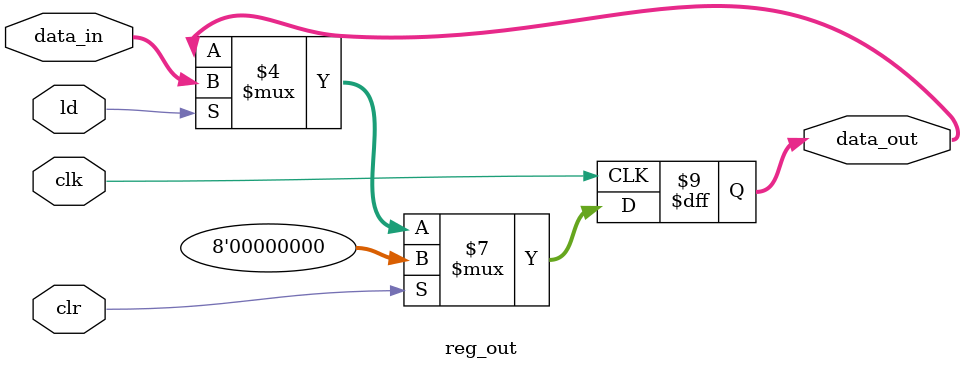
<source format=v>
`timescale 1ns / 1ps
`default_nettype none


module reg_out #(parameter n=8) (
    input wire [n-1:0] data_in,
    input wire clk, 
	input wire clr, 
	input wire ld, 
    output reg [n-1:0] data_out  ); 


    always @(posedge clk)
    begin 
       if (clr == 1'b1)       // asynch clr
          data_out <= 0;
       else if (ld == 1'b1)   // synch load
          data_out <= data_in; 
    end
    
endmodule

`default_nettype wire


</source>
